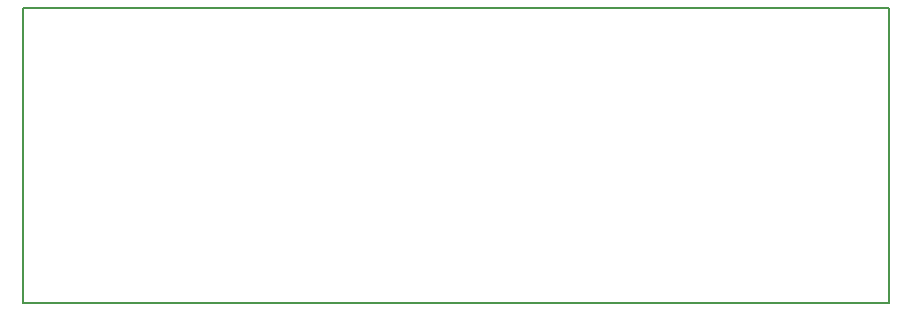
<source format=gbr>
%TF.GenerationSoftware,KiCad,Pcbnew,(6.0.7)*%
%TF.CreationDate,2023-03-01T00:53:14+09:00*%
%TF.ProjectId,joystick,6a6f7973-7469-4636-9b2e-6b696361645f,rev?*%
%TF.SameCoordinates,Original*%
%TF.FileFunction,Profile,NP*%
%FSLAX46Y46*%
G04 Gerber Fmt 4.6, Leading zero omitted, Abs format (unit mm)*
G04 Created by KiCad (PCBNEW (6.0.7)) date 2023-03-01 00:53:14*
%MOMM*%
%LPD*%
G01*
G04 APERTURE LIST*
%TA.AperFunction,Profile*%
%ADD10C,0.200000*%
%TD*%
G04 APERTURE END LIST*
D10*
X90000000Y-83185000D02*
X163330000Y-83185000D01*
X163330000Y-83185000D02*
X163330000Y-108185000D01*
X163330000Y-108185000D02*
X90000000Y-108185000D01*
X90000000Y-108185000D02*
X90000000Y-83185000D01*
M02*

</source>
